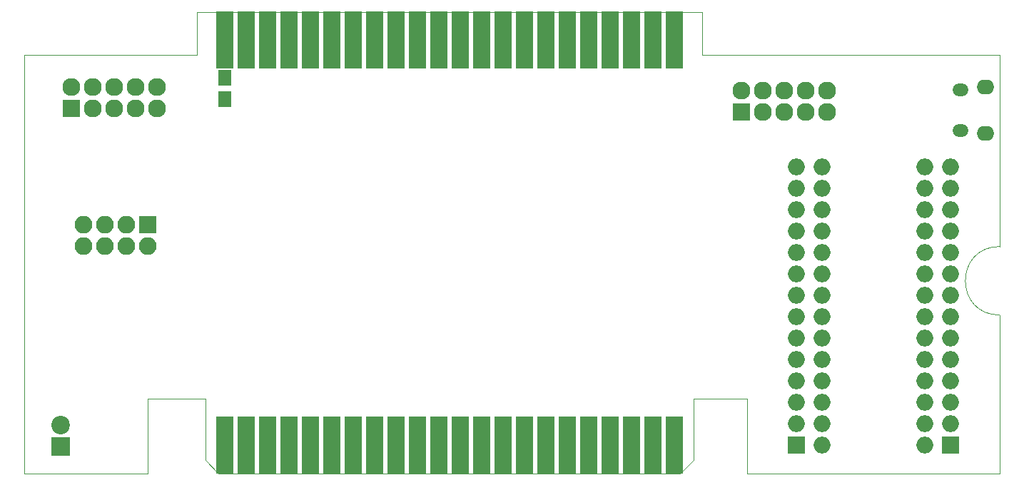
<source format=gbs>
G04 #@! TF.GenerationSoftware,KiCad,Pcbnew,(5.1.5)-3*
G04 #@! TF.CreationDate,2020-04-27T11:33:16-04:00*
G04 #@! TF.ProjectId,VS-Tipi,56532d54-6970-4692-9e6b-696361645f70,V0*
G04 #@! TF.SameCoordinates,Original*
G04 #@! TF.FileFunction,Soldermask,Bot*
G04 #@! TF.FilePolarity,Negative*
%FSLAX46Y46*%
G04 Gerber Fmt 4.6, Leading zero omitted, Abs format (unit mm)*
G04 Created by KiCad (PCBNEW (5.1.5)-3) date 2020-04-27 11:33:16*
%MOMM*%
%LPD*%
G04 APERTURE LIST*
%ADD10C,0.025400*%
%ADD11R,1.650000X1.900000*%
%ADD12O,2.100000X1.750000*%
%ADD13O,1.900000X1.500000*%
%ADD14O,2.000000X2.000000*%
%ADD15R,2.000000X2.000000*%
%ADD16R,2.127200X2.127200*%
%ADD17O,2.127200X2.127200*%
%ADD18R,2.000000X6.750000*%
%ADD19R,2.200000X2.200000*%
%ADD20C,2.200000*%
%ADD21R,2.100000X2.100000*%
%ADD22O,2.100000X2.100000*%
G04 APERTURE END LIST*
D10*
X138633200Y-145161000D02*
X140208000Y-143586200D01*
X82296000Y-143586200D02*
X83870800Y-145161000D01*
X176530000Y-118237000D02*
X176530000Y-95504000D01*
X81280000Y-90424000D02*
X141224000Y-90424000D01*
X141224000Y-90424000D02*
X141224000Y-95504000D01*
X81280000Y-95504000D02*
X81280000Y-90424000D01*
X146558000Y-145161000D02*
X176530000Y-145161000D01*
X176530000Y-118237000D02*
G75*
G03X176530000Y-126365000I0J-4064000D01*
G01*
X141224000Y-95504000D02*
X176530000Y-95504000D01*
X83870800Y-145161000D02*
X138633200Y-145161000D01*
X60833000Y-95504000D02*
X81280000Y-95504000D01*
X75438000Y-145161000D02*
X75438000Y-136271000D01*
X60833000Y-145161000D02*
X60833000Y-95504000D01*
X75438000Y-145161000D02*
X60833000Y-145161000D01*
X176530000Y-145161000D02*
X176530000Y-126365000D01*
X146558000Y-136271000D02*
X146558000Y-145161000D01*
X140208000Y-136271000D02*
X146558000Y-136271000D01*
X140208000Y-143586200D02*
X140208000Y-136271000D01*
X82296000Y-136271000D02*
X82296000Y-143586200D01*
X75438000Y-136271000D02*
X82296000Y-136271000D01*
D11*
X84582000Y-100721800D03*
X84582000Y-98221800D03*
D12*
X174851000Y-99326800D03*
X174851000Y-104786800D03*
D13*
X171851000Y-99636800D03*
X171851000Y-104476800D03*
D14*
X155448000Y-141782800D03*
X170688000Y-108762800D03*
X155448000Y-139242800D03*
X170688000Y-111302800D03*
X155448000Y-136702800D03*
X170688000Y-113842800D03*
X155448000Y-134162800D03*
X170688000Y-116382800D03*
X155448000Y-131622800D03*
X170688000Y-118922800D03*
X155448000Y-129082800D03*
X170688000Y-121462800D03*
X155448000Y-126542800D03*
X170688000Y-124002800D03*
X155448000Y-124002800D03*
X170688000Y-126542800D03*
X155448000Y-121462800D03*
X170688000Y-129082800D03*
X155448000Y-118922800D03*
X170688000Y-131622800D03*
X155448000Y-116382800D03*
X170688000Y-134162800D03*
X155448000Y-113842800D03*
X170688000Y-136702800D03*
X155448000Y-111302800D03*
X170688000Y-139242800D03*
X155448000Y-108762800D03*
D15*
X170688000Y-141782800D03*
D16*
X145923000Y-102235000D03*
D17*
X145923000Y-99695000D03*
X148463000Y-102235000D03*
X148463000Y-99695000D03*
X151003000Y-102235000D03*
X151003000Y-99695000D03*
X153543000Y-102235000D03*
X153543000Y-99695000D03*
X156083000Y-102235000D03*
X156083000Y-99695000D03*
D14*
X167640000Y-141782800D03*
X152400000Y-108762800D03*
X167640000Y-139242800D03*
X152400000Y-111302800D03*
X167640000Y-136702800D03*
X152400000Y-113842800D03*
X167640000Y-134162800D03*
X152400000Y-116382800D03*
X167640000Y-131622800D03*
X152400000Y-118922800D03*
X167640000Y-129082800D03*
X152400000Y-121462800D03*
X167640000Y-126542800D03*
X152400000Y-124002800D03*
X167640000Y-124002800D03*
X152400000Y-126542800D03*
X167640000Y-121462800D03*
X152400000Y-129082800D03*
X167640000Y-118922800D03*
X152400000Y-131622800D03*
X167640000Y-116382800D03*
X152400000Y-134162800D03*
X167640000Y-113842800D03*
X152400000Y-136702800D03*
X167640000Y-111302800D03*
X152400000Y-139242800D03*
X167640000Y-108762800D03*
D15*
X152400000Y-141782800D03*
D18*
X137922000Y-141782800D03*
X135382000Y-141782800D03*
X132842000Y-141782800D03*
X130302000Y-141782800D03*
X127762000Y-141782800D03*
X125222000Y-141782800D03*
X122682000Y-141782800D03*
X120142000Y-141782800D03*
X117602000Y-141782800D03*
X115062000Y-141782800D03*
X112522000Y-141782800D03*
X109982000Y-141782800D03*
X107442000Y-141782800D03*
X104902000Y-141782800D03*
X102362000Y-141782800D03*
X99822000Y-141782800D03*
X97282000Y-141782800D03*
X94742000Y-141782800D03*
X92202000Y-141782800D03*
X87122000Y-141782800D03*
X84582000Y-141782800D03*
X89662000Y-141782800D03*
X137922000Y-93726000D03*
X135382000Y-93726000D03*
X132842000Y-93726000D03*
X130302000Y-93726000D03*
X127762000Y-93726000D03*
X125222000Y-93726000D03*
X122682000Y-93726000D03*
X120142000Y-93726000D03*
X117602000Y-93726000D03*
X115062000Y-93726000D03*
X112522000Y-93726000D03*
X109982000Y-93726000D03*
X107442000Y-93726000D03*
X104902000Y-93726000D03*
X102362000Y-93726000D03*
X99822000Y-93726000D03*
X97282000Y-93726000D03*
X94742000Y-93726000D03*
X92202000Y-93726000D03*
X87122000Y-93726000D03*
X84582000Y-93726000D03*
X89662000Y-93726000D03*
D16*
X66421000Y-101854000D03*
D17*
X66421000Y-99314000D03*
X68961000Y-101854000D03*
X68961000Y-99314000D03*
X71501000Y-101854000D03*
X71501000Y-99314000D03*
X74041000Y-101854000D03*
X74041000Y-99314000D03*
X76581000Y-101854000D03*
X76581000Y-99314000D03*
D19*
X65151000Y-141986000D03*
D20*
X65151000Y-139446000D03*
D21*
X75438000Y-115620800D03*
D22*
X75438000Y-118160800D03*
X72898000Y-115620800D03*
X72898000Y-118160800D03*
X70358000Y-115620800D03*
X70358000Y-118160800D03*
X67818000Y-115620800D03*
X67818000Y-118160800D03*
M02*

</source>
